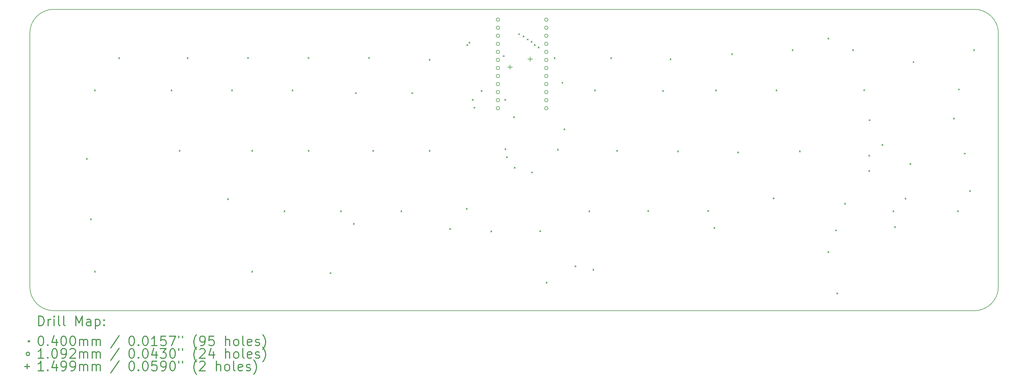
<source format=gbr>
%FSLAX45Y45*%
G04 Gerber Fmt 4.5, Leading zero omitted, Abs format (unit mm)*
G04 Created by KiCad (PCBNEW (5.1.10)-1) date 2021-12-09 13:10:16*
%MOMM*%
%LPD*%
G01*
G04 APERTURE LIST*
%TA.AperFunction,Profile*%
%ADD10C,0.150000*%
%TD*%
%ADD11C,0.200000*%
%ADD12C,0.300000*%
G04 APERTURE END LIST*
D10*
X17000000Y-17750000D02*
X17000000Y-9750000D01*
X17750000Y-18500000D02*
X46750000Y-18500000D01*
X17750000Y-9000000D02*
X46750000Y-9000000D01*
X47500000Y-9750000D02*
X47500000Y-17750000D01*
X47500000Y-17750000D02*
G75*
G02*
X46750000Y-18500000I-750000J0D01*
G01*
X46750000Y-9000000D02*
G75*
G02*
X47500000Y-9750000I0J-750000D01*
G01*
X17000000Y-9750000D02*
G75*
G02*
X17750000Y-9000000I750000J0D01*
G01*
X17750000Y-18500000D02*
G75*
G02*
X17000000Y-17750000I0J750000D01*
G01*
D11*
X18776000Y-13696000D02*
X18816000Y-13736000D01*
X18816000Y-13696000D02*
X18776000Y-13736000D01*
X18903000Y-15601000D02*
X18943000Y-15641000D01*
X18943000Y-15601000D02*
X18903000Y-15641000D01*
X19030000Y-11537000D02*
X19070000Y-11577000D01*
X19070000Y-11537000D02*
X19030000Y-11577000D01*
X19030000Y-17252000D02*
X19070000Y-17292000D01*
X19070000Y-17252000D02*
X19030000Y-17292000D01*
X19792000Y-10521000D02*
X19832000Y-10561000D01*
X19832000Y-10521000D02*
X19792000Y-10561000D01*
X21443000Y-11537000D02*
X21483000Y-11577000D01*
X21483000Y-11537000D02*
X21443000Y-11577000D01*
X21697000Y-13442000D02*
X21737000Y-13482000D01*
X21737000Y-13442000D02*
X21697000Y-13482000D01*
X21951000Y-10521000D02*
X21991000Y-10561000D01*
X21991000Y-10521000D02*
X21951000Y-10561000D01*
X23221000Y-14966000D02*
X23261000Y-15006000D01*
X23261000Y-14966000D02*
X23221000Y-15006000D01*
X23348000Y-11537000D02*
X23388000Y-11577000D01*
X23388000Y-11537000D02*
X23348000Y-11577000D01*
X23848970Y-10513970D02*
X23888970Y-10553970D01*
X23888970Y-10513970D02*
X23848970Y-10553970D01*
X23983000Y-13442000D02*
X24023000Y-13482000D01*
X24023000Y-13442000D02*
X23983000Y-13482000D01*
X23983000Y-17252000D02*
X24023000Y-17292000D01*
X24023000Y-17252000D02*
X23983000Y-17292000D01*
X24999000Y-15347000D02*
X25039000Y-15387000D01*
X25039000Y-15347000D02*
X24999000Y-15387000D01*
X25253000Y-11537000D02*
X25293000Y-11577000D01*
X25293000Y-11537000D02*
X25253000Y-11577000D01*
X25753969Y-10513969D02*
X25793969Y-10553969D01*
X25793969Y-10513969D02*
X25753969Y-10553969D01*
X25761000Y-13442000D02*
X25801000Y-13482000D01*
X25801000Y-13442000D02*
X25761000Y-13482000D01*
X26453150Y-17296450D02*
X26493150Y-17336450D01*
X26493150Y-17296450D02*
X26453150Y-17336450D01*
X26777000Y-15347000D02*
X26817000Y-15387000D01*
X26817000Y-15347000D02*
X26777000Y-15387000D01*
X27183400Y-15740700D02*
X27223400Y-15780700D01*
X27223400Y-15740700D02*
X27183400Y-15780700D01*
X27245185Y-11624185D02*
X27285185Y-11664185D01*
X27285185Y-11624185D02*
X27245185Y-11664185D01*
X27658968Y-10513968D02*
X27698968Y-10553968D01*
X27698968Y-10513968D02*
X27658968Y-10553968D01*
X27793000Y-13442000D02*
X27833000Y-13482000D01*
X27833000Y-13442000D02*
X27793000Y-13482000D01*
X28682000Y-15347000D02*
X28722000Y-15387000D01*
X28722000Y-15347000D02*
X28682000Y-15387000D01*
X29023186Y-11624186D02*
X29063186Y-11664186D01*
X29063186Y-11624186D02*
X29023186Y-11664186D01*
X29571000Y-10570459D02*
X29611000Y-10610459D01*
X29611000Y-10570459D02*
X29571000Y-10610459D01*
X29571000Y-13442000D02*
X29611000Y-13482000D01*
X29611000Y-13442000D02*
X29571000Y-13482000D01*
X30218700Y-15905800D02*
X30258700Y-15945800D01*
X30258700Y-15905800D02*
X30218700Y-15945800D01*
X30739400Y-15270800D02*
X30779400Y-15310800D01*
X30779400Y-15270800D02*
X30739400Y-15310800D01*
X30755000Y-10105000D02*
X30795000Y-10145000D01*
X30795000Y-10105000D02*
X30755000Y-10145000D01*
X30830000Y-10030000D02*
X30870000Y-10070000D01*
X30870000Y-10030000D02*
X30830000Y-10070000D01*
X30930000Y-11830000D02*
X30970000Y-11870000D01*
X30970000Y-11830000D02*
X30930000Y-11870000D01*
X30980000Y-12080000D02*
X31020000Y-12120000D01*
X31020000Y-12080000D02*
X30980000Y-12120000D01*
X31209537Y-11549463D02*
X31249537Y-11589463D01*
X31249537Y-11549463D02*
X31209537Y-11589463D01*
X31514100Y-15982000D02*
X31554100Y-16022000D01*
X31554100Y-15982000D02*
X31514100Y-16022000D01*
X31905000Y-10455000D02*
X31945000Y-10495000D01*
X31945000Y-10455000D02*
X31905000Y-10495000D01*
X31955000Y-11830000D02*
X31995000Y-11870000D01*
X31995000Y-11830000D02*
X31955000Y-11870000D01*
X31958600Y-13391200D02*
X31998600Y-13431200D01*
X31998600Y-13391200D02*
X31958600Y-13431200D01*
X32005000Y-13641501D02*
X32045000Y-13681501D01*
X32045000Y-13641501D02*
X32005000Y-13681501D01*
X32230000Y-12380000D02*
X32270000Y-12420000D01*
X32270000Y-12380000D02*
X32230000Y-12420000D01*
X32250700Y-13975400D02*
X32290700Y-14015400D01*
X32290700Y-13975400D02*
X32250700Y-14015400D01*
X32390400Y-9760270D02*
X32430400Y-9800270D01*
X32430400Y-9760270D02*
X32390400Y-9800270D01*
X32530000Y-9830000D02*
X32570000Y-9870000D01*
X32570000Y-9830000D02*
X32530000Y-9870000D01*
X32655000Y-9930000D02*
X32695000Y-9970000D01*
X32695000Y-9930000D02*
X32655000Y-9970000D01*
X32780000Y-10005000D02*
X32820000Y-10045000D01*
X32820000Y-10005000D02*
X32780000Y-10045000D01*
X32789984Y-14121916D02*
X32829984Y-14161916D01*
X32829984Y-14121916D02*
X32789984Y-14161916D01*
X32880000Y-10105000D02*
X32920000Y-10145000D01*
X32920000Y-10105000D02*
X32880000Y-10145000D01*
X33005000Y-10180000D02*
X33045000Y-10220000D01*
X33045000Y-10180000D02*
X33005000Y-10220000D01*
X33055534Y-15969300D02*
X33095534Y-16009300D01*
X33095534Y-15969300D02*
X33055534Y-16009300D01*
X33254000Y-17594900D02*
X33294000Y-17634900D01*
X33294000Y-17594900D02*
X33254000Y-17634900D01*
X33508000Y-10521000D02*
X33548000Y-10561000D01*
X33548000Y-10521000D02*
X33508000Y-10561000D01*
X33609600Y-13403900D02*
X33649600Y-13443900D01*
X33649600Y-13403900D02*
X33609600Y-13443900D01*
X33752416Y-11292584D02*
X33792416Y-11332584D01*
X33792416Y-11292584D02*
X33752416Y-11332584D01*
X33819150Y-12762550D02*
X33859150Y-12802550D01*
X33859150Y-12762550D02*
X33819150Y-12802550D01*
X34162050Y-17080550D02*
X34202050Y-17120550D01*
X34202050Y-17080550D02*
X34162050Y-17120550D01*
X34600200Y-15347000D02*
X34640200Y-15387000D01*
X34640200Y-15347000D02*
X34600200Y-15387000D01*
X34727200Y-17188500D02*
X34767200Y-17228500D01*
X34767200Y-17188500D02*
X34727200Y-17228500D01*
X34778000Y-11537000D02*
X34818000Y-11577000D01*
X34818000Y-11537000D02*
X34778000Y-11577000D01*
X35286000Y-10521000D02*
X35326000Y-10561000D01*
X35326000Y-10521000D02*
X35286000Y-10561000D01*
X35476500Y-13442000D02*
X35516500Y-13482000D01*
X35516500Y-13442000D02*
X35476500Y-13482000D01*
X36454400Y-15334300D02*
X36494400Y-15374300D01*
X36494400Y-15334300D02*
X36454400Y-15374300D01*
X36925533Y-11548467D02*
X36965533Y-11588467D01*
X36965533Y-11548467D02*
X36925533Y-11588467D01*
X37157234Y-10554766D02*
X37197234Y-10594766D01*
X37197234Y-10554766D02*
X37157234Y-10594766D01*
X37394200Y-13454700D02*
X37434200Y-13494700D01*
X37434200Y-13454700D02*
X37394200Y-13494700D01*
X38346700Y-15334300D02*
X38386700Y-15374300D01*
X38386700Y-15334300D02*
X38346700Y-15374300D01*
X38537200Y-15867700D02*
X38577200Y-15907700D01*
X38577200Y-15867700D02*
X38537200Y-15907700D01*
X38588000Y-11537000D02*
X38628000Y-11577000D01*
X38628000Y-11537000D02*
X38588000Y-11577000D01*
X39096000Y-10394000D02*
X39136000Y-10434000D01*
X39136000Y-10394000D02*
X39096000Y-10434000D01*
X39286500Y-13492800D02*
X39326500Y-13532800D01*
X39326500Y-13492800D02*
X39286500Y-13532800D01*
X40404100Y-14940600D02*
X40444100Y-14980600D01*
X40444100Y-14940600D02*
X40404100Y-14980600D01*
X40493000Y-11537000D02*
X40533000Y-11577000D01*
X40533000Y-11537000D02*
X40493000Y-11577000D01*
X41001000Y-10267000D02*
X41041000Y-10307000D01*
X41041000Y-10267000D02*
X41001000Y-10307000D01*
X41229600Y-13454700D02*
X41269600Y-13494700D01*
X41269600Y-13454700D02*
X41229600Y-13494700D01*
X42131300Y-16629700D02*
X42171300Y-16669700D01*
X42171300Y-16629700D02*
X42131300Y-16669700D01*
X42133000Y-9903000D02*
X42173000Y-9943000D01*
X42173000Y-9903000D02*
X42133000Y-9943000D01*
X42366214Y-15950286D02*
X42406214Y-15990286D01*
X42406214Y-15950286D02*
X42366214Y-15990286D01*
X42410700Y-17937800D02*
X42450700Y-17977800D01*
X42450700Y-17937800D02*
X42410700Y-17977800D01*
X42652000Y-15105700D02*
X42692000Y-15145700D01*
X42692000Y-15105700D02*
X42652000Y-15145700D01*
X42906000Y-10263045D02*
X42946000Y-10303045D01*
X42946000Y-10263045D02*
X42906000Y-10303045D01*
X43255000Y-11530000D02*
X43295000Y-11570000D01*
X43295000Y-11530000D02*
X43255000Y-11570000D01*
X43414000Y-13594400D02*
X43454000Y-13634400D01*
X43454000Y-13594400D02*
X43414000Y-13634400D01*
X43414000Y-14077000D02*
X43454000Y-14117000D01*
X43454000Y-14077000D02*
X43414000Y-14117000D01*
X43426700Y-12476800D02*
X43466700Y-12516800D01*
X43466700Y-12476800D02*
X43426700Y-12516800D01*
X43830000Y-13255000D02*
X43870000Y-13295000D01*
X43870000Y-13255000D02*
X43830000Y-13295000D01*
X44176000Y-15347000D02*
X44216000Y-15387000D01*
X44216000Y-15347000D02*
X44176000Y-15387000D01*
X44226800Y-15842300D02*
X44266800Y-15882300D01*
X44266800Y-15842300D02*
X44226800Y-15882300D01*
X44557000Y-14945680D02*
X44597000Y-14985680D01*
X44597000Y-14945680D02*
X44557000Y-14985680D01*
X44714733Y-13853733D02*
X44754733Y-13893733D01*
X44754733Y-13853733D02*
X44714733Y-13893733D01*
X44811000Y-10640998D02*
X44851000Y-10680998D01*
X44851000Y-10640998D02*
X44811000Y-10680998D01*
X46081000Y-12426000D02*
X46121000Y-12466000D01*
X46121000Y-12426000D02*
X46081000Y-12466000D01*
X46208000Y-15347000D02*
X46248000Y-15387000D01*
X46248000Y-15347000D02*
X46208000Y-15387000D01*
X46240728Y-11504272D02*
X46280728Y-11544272D01*
X46280728Y-11504272D02*
X46240728Y-11544272D01*
X46422010Y-13529010D02*
X46462010Y-13569010D01*
X46462010Y-13529010D02*
X46422010Y-13569010D01*
X46589000Y-14712000D02*
X46629000Y-14752000D01*
X46629000Y-14712000D02*
X46589000Y-14752000D01*
X46716000Y-10267000D02*
X46756000Y-10307000D01*
X46756000Y-10267000D02*
X46716000Y-10307000D01*
X31794450Y-9324848D02*
G75*
G03*
X31794450Y-9324848I-54610J0D01*
G01*
X31794450Y-9578848D02*
G75*
G03*
X31794450Y-9578848I-54610J0D01*
G01*
X31794450Y-9832848D02*
G75*
G03*
X31794450Y-9832848I-54610J0D01*
G01*
X31794450Y-10086848D02*
G75*
G03*
X31794450Y-10086848I-54610J0D01*
G01*
X31794450Y-10340848D02*
G75*
G03*
X31794450Y-10340848I-54610J0D01*
G01*
X31794450Y-10594848D02*
G75*
G03*
X31794450Y-10594848I-54610J0D01*
G01*
X31794450Y-10848848D02*
G75*
G03*
X31794450Y-10848848I-54610J0D01*
G01*
X31794450Y-11102848D02*
G75*
G03*
X31794450Y-11102848I-54610J0D01*
G01*
X31794450Y-11356848D02*
G75*
G03*
X31794450Y-11356848I-54610J0D01*
G01*
X31794450Y-11610848D02*
G75*
G03*
X31794450Y-11610848I-54610J0D01*
G01*
X31794450Y-11864848D02*
G75*
G03*
X31794450Y-11864848I-54610J0D01*
G01*
X31794450Y-12118848D02*
G75*
G03*
X31794450Y-12118848I-54610J0D01*
G01*
X33318450Y-9324848D02*
G75*
G03*
X33318450Y-9324848I-54610J0D01*
G01*
X33318450Y-9578848D02*
G75*
G03*
X33318450Y-9578848I-54610J0D01*
G01*
X33318450Y-9832848D02*
G75*
G03*
X33318450Y-9832848I-54610J0D01*
G01*
X33318450Y-10086848D02*
G75*
G03*
X33318450Y-10086848I-54610J0D01*
G01*
X33318450Y-10340848D02*
G75*
G03*
X33318450Y-10340848I-54610J0D01*
G01*
X33318450Y-10594848D02*
G75*
G03*
X33318450Y-10594848I-54610J0D01*
G01*
X33318450Y-10848848D02*
G75*
G03*
X33318450Y-10848848I-54610J0D01*
G01*
X33318450Y-11102848D02*
G75*
G03*
X33318450Y-11102848I-54610J0D01*
G01*
X33318450Y-11356848D02*
G75*
G03*
X33318450Y-11356848I-54610J0D01*
G01*
X33318450Y-11610848D02*
G75*
G03*
X33318450Y-11610848I-54610J0D01*
G01*
X33318450Y-11864848D02*
G75*
G03*
X33318450Y-11864848I-54610J0D01*
G01*
X33318450Y-12118848D02*
G75*
G03*
X33318450Y-12118848I-54610J0D01*
G01*
X32123035Y-10743873D02*
X32123035Y-10893733D01*
X32048105Y-10818803D02*
X32197965Y-10818803D01*
X32758035Y-10489873D02*
X32758035Y-10639733D01*
X32683105Y-10564803D02*
X32832965Y-10564803D01*
D12*
X17278928Y-18973214D02*
X17278928Y-18673214D01*
X17350357Y-18673214D01*
X17393214Y-18687500D01*
X17421786Y-18716072D01*
X17436071Y-18744643D01*
X17450357Y-18801786D01*
X17450357Y-18844643D01*
X17436071Y-18901786D01*
X17421786Y-18930357D01*
X17393214Y-18958929D01*
X17350357Y-18973214D01*
X17278928Y-18973214D01*
X17578928Y-18973214D02*
X17578928Y-18773214D01*
X17578928Y-18830357D02*
X17593214Y-18801786D01*
X17607500Y-18787500D01*
X17636071Y-18773214D01*
X17664643Y-18773214D01*
X17764643Y-18973214D02*
X17764643Y-18773214D01*
X17764643Y-18673214D02*
X17750357Y-18687500D01*
X17764643Y-18701786D01*
X17778928Y-18687500D01*
X17764643Y-18673214D01*
X17764643Y-18701786D01*
X17950357Y-18973214D02*
X17921786Y-18958929D01*
X17907500Y-18930357D01*
X17907500Y-18673214D01*
X18107500Y-18973214D02*
X18078928Y-18958929D01*
X18064643Y-18930357D01*
X18064643Y-18673214D01*
X18450357Y-18973214D02*
X18450357Y-18673214D01*
X18550357Y-18887500D01*
X18650357Y-18673214D01*
X18650357Y-18973214D01*
X18921786Y-18973214D02*
X18921786Y-18816072D01*
X18907500Y-18787500D01*
X18878928Y-18773214D01*
X18821786Y-18773214D01*
X18793214Y-18787500D01*
X18921786Y-18958929D02*
X18893214Y-18973214D01*
X18821786Y-18973214D01*
X18793214Y-18958929D01*
X18778928Y-18930357D01*
X18778928Y-18901786D01*
X18793214Y-18873214D01*
X18821786Y-18858929D01*
X18893214Y-18858929D01*
X18921786Y-18844643D01*
X19064643Y-18773214D02*
X19064643Y-19073214D01*
X19064643Y-18787500D02*
X19093214Y-18773214D01*
X19150357Y-18773214D01*
X19178928Y-18787500D01*
X19193214Y-18801786D01*
X19207500Y-18830357D01*
X19207500Y-18916072D01*
X19193214Y-18944643D01*
X19178928Y-18958929D01*
X19150357Y-18973214D01*
X19093214Y-18973214D01*
X19064643Y-18958929D01*
X19336071Y-18944643D02*
X19350357Y-18958929D01*
X19336071Y-18973214D01*
X19321786Y-18958929D01*
X19336071Y-18944643D01*
X19336071Y-18973214D01*
X19336071Y-18787500D02*
X19350357Y-18801786D01*
X19336071Y-18816072D01*
X19321786Y-18801786D01*
X19336071Y-18787500D01*
X19336071Y-18816072D01*
X16952500Y-19447500D02*
X16992500Y-19487500D01*
X16992500Y-19447500D02*
X16952500Y-19487500D01*
X17336071Y-19303214D02*
X17364643Y-19303214D01*
X17393214Y-19317500D01*
X17407500Y-19331786D01*
X17421786Y-19360357D01*
X17436071Y-19417500D01*
X17436071Y-19488929D01*
X17421786Y-19546072D01*
X17407500Y-19574643D01*
X17393214Y-19588929D01*
X17364643Y-19603214D01*
X17336071Y-19603214D01*
X17307500Y-19588929D01*
X17293214Y-19574643D01*
X17278928Y-19546072D01*
X17264643Y-19488929D01*
X17264643Y-19417500D01*
X17278928Y-19360357D01*
X17293214Y-19331786D01*
X17307500Y-19317500D01*
X17336071Y-19303214D01*
X17564643Y-19574643D02*
X17578928Y-19588929D01*
X17564643Y-19603214D01*
X17550357Y-19588929D01*
X17564643Y-19574643D01*
X17564643Y-19603214D01*
X17836071Y-19403214D02*
X17836071Y-19603214D01*
X17764643Y-19288929D02*
X17693214Y-19503214D01*
X17878928Y-19503214D01*
X18050357Y-19303214D02*
X18078928Y-19303214D01*
X18107500Y-19317500D01*
X18121786Y-19331786D01*
X18136071Y-19360357D01*
X18150357Y-19417500D01*
X18150357Y-19488929D01*
X18136071Y-19546072D01*
X18121786Y-19574643D01*
X18107500Y-19588929D01*
X18078928Y-19603214D01*
X18050357Y-19603214D01*
X18021786Y-19588929D01*
X18007500Y-19574643D01*
X17993214Y-19546072D01*
X17978928Y-19488929D01*
X17978928Y-19417500D01*
X17993214Y-19360357D01*
X18007500Y-19331786D01*
X18021786Y-19317500D01*
X18050357Y-19303214D01*
X18336071Y-19303214D02*
X18364643Y-19303214D01*
X18393214Y-19317500D01*
X18407500Y-19331786D01*
X18421786Y-19360357D01*
X18436071Y-19417500D01*
X18436071Y-19488929D01*
X18421786Y-19546072D01*
X18407500Y-19574643D01*
X18393214Y-19588929D01*
X18364643Y-19603214D01*
X18336071Y-19603214D01*
X18307500Y-19588929D01*
X18293214Y-19574643D01*
X18278928Y-19546072D01*
X18264643Y-19488929D01*
X18264643Y-19417500D01*
X18278928Y-19360357D01*
X18293214Y-19331786D01*
X18307500Y-19317500D01*
X18336071Y-19303214D01*
X18564643Y-19603214D02*
X18564643Y-19403214D01*
X18564643Y-19431786D02*
X18578928Y-19417500D01*
X18607500Y-19403214D01*
X18650357Y-19403214D01*
X18678928Y-19417500D01*
X18693214Y-19446072D01*
X18693214Y-19603214D01*
X18693214Y-19446072D02*
X18707500Y-19417500D01*
X18736071Y-19403214D01*
X18778928Y-19403214D01*
X18807500Y-19417500D01*
X18821786Y-19446072D01*
X18821786Y-19603214D01*
X18964643Y-19603214D02*
X18964643Y-19403214D01*
X18964643Y-19431786D02*
X18978928Y-19417500D01*
X19007500Y-19403214D01*
X19050357Y-19403214D01*
X19078928Y-19417500D01*
X19093214Y-19446072D01*
X19093214Y-19603214D01*
X19093214Y-19446072D02*
X19107500Y-19417500D01*
X19136071Y-19403214D01*
X19178928Y-19403214D01*
X19207500Y-19417500D01*
X19221786Y-19446072D01*
X19221786Y-19603214D01*
X19807500Y-19288929D02*
X19550357Y-19674643D01*
X20193214Y-19303214D02*
X20221786Y-19303214D01*
X20250357Y-19317500D01*
X20264643Y-19331786D01*
X20278928Y-19360357D01*
X20293214Y-19417500D01*
X20293214Y-19488929D01*
X20278928Y-19546072D01*
X20264643Y-19574643D01*
X20250357Y-19588929D01*
X20221786Y-19603214D01*
X20193214Y-19603214D01*
X20164643Y-19588929D01*
X20150357Y-19574643D01*
X20136071Y-19546072D01*
X20121786Y-19488929D01*
X20121786Y-19417500D01*
X20136071Y-19360357D01*
X20150357Y-19331786D01*
X20164643Y-19317500D01*
X20193214Y-19303214D01*
X20421786Y-19574643D02*
X20436071Y-19588929D01*
X20421786Y-19603214D01*
X20407500Y-19588929D01*
X20421786Y-19574643D01*
X20421786Y-19603214D01*
X20621786Y-19303214D02*
X20650357Y-19303214D01*
X20678928Y-19317500D01*
X20693214Y-19331786D01*
X20707500Y-19360357D01*
X20721786Y-19417500D01*
X20721786Y-19488929D01*
X20707500Y-19546072D01*
X20693214Y-19574643D01*
X20678928Y-19588929D01*
X20650357Y-19603214D01*
X20621786Y-19603214D01*
X20593214Y-19588929D01*
X20578928Y-19574643D01*
X20564643Y-19546072D01*
X20550357Y-19488929D01*
X20550357Y-19417500D01*
X20564643Y-19360357D01*
X20578928Y-19331786D01*
X20593214Y-19317500D01*
X20621786Y-19303214D01*
X21007500Y-19603214D02*
X20836071Y-19603214D01*
X20921786Y-19603214D02*
X20921786Y-19303214D01*
X20893214Y-19346072D01*
X20864643Y-19374643D01*
X20836071Y-19388929D01*
X21278928Y-19303214D02*
X21136071Y-19303214D01*
X21121786Y-19446072D01*
X21136071Y-19431786D01*
X21164643Y-19417500D01*
X21236071Y-19417500D01*
X21264643Y-19431786D01*
X21278928Y-19446072D01*
X21293214Y-19474643D01*
X21293214Y-19546072D01*
X21278928Y-19574643D01*
X21264643Y-19588929D01*
X21236071Y-19603214D01*
X21164643Y-19603214D01*
X21136071Y-19588929D01*
X21121786Y-19574643D01*
X21393214Y-19303214D02*
X21593214Y-19303214D01*
X21464643Y-19603214D01*
X21693214Y-19303214D02*
X21693214Y-19360357D01*
X21807500Y-19303214D02*
X21807500Y-19360357D01*
X22250357Y-19717500D02*
X22236071Y-19703214D01*
X22207500Y-19660357D01*
X22193214Y-19631786D01*
X22178928Y-19588929D01*
X22164643Y-19517500D01*
X22164643Y-19460357D01*
X22178928Y-19388929D01*
X22193214Y-19346072D01*
X22207500Y-19317500D01*
X22236071Y-19274643D01*
X22250357Y-19260357D01*
X22378928Y-19603214D02*
X22436071Y-19603214D01*
X22464643Y-19588929D01*
X22478928Y-19574643D01*
X22507500Y-19531786D01*
X22521786Y-19474643D01*
X22521786Y-19360357D01*
X22507500Y-19331786D01*
X22493214Y-19317500D01*
X22464643Y-19303214D01*
X22407500Y-19303214D01*
X22378928Y-19317500D01*
X22364643Y-19331786D01*
X22350357Y-19360357D01*
X22350357Y-19431786D01*
X22364643Y-19460357D01*
X22378928Y-19474643D01*
X22407500Y-19488929D01*
X22464643Y-19488929D01*
X22493214Y-19474643D01*
X22507500Y-19460357D01*
X22521786Y-19431786D01*
X22793214Y-19303214D02*
X22650357Y-19303214D01*
X22636071Y-19446072D01*
X22650357Y-19431786D01*
X22678928Y-19417500D01*
X22750357Y-19417500D01*
X22778928Y-19431786D01*
X22793214Y-19446072D01*
X22807500Y-19474643D01*
X22807500Y-19546072D01*
X22793214Y-19574643D01*
X22778928Y-19588929D01*
X22750357Y-19603214D01*
X22678928Y-19603214D01*
X22650357Y-19588929D01*
X22636071Y-19574643D01*
X23164643Y-19603214D02*
X23164643Y-19303214D01*
X23293214Y-19603214D02*
X23293214Y-19446072D01*
X23278928Y-19417500D01*
X23250357Y-19403214D01*
X23207500Y-19403214D01*
X23178928Y-19417500D01*
X23164643Y-19431786D01*
X23478928Y-19603214D02*
X23450357Y-19588929D01*
X23436071Y-19574643D01*
X23421786Y-19546072D01*
X23421786Y-19460357D01*
X23436071Y-19431786D01*
X23450357Y-19417500D01*
X23478928Y-19403214D01*
X23521786Y-19403214D01*
X23550357Y-19417500D01*
X23564643Y-19431786D01*
X23578928Y-19460357D01*
X23578928Y-19546072D01*
X23564643Y-19574643D01*
X23550357Y-19588929D01*
X23521786Y-19603214D01*
X23478928Y-19603214D01*
X23750357Y-19603214D02*
X23721786Y-19588929D01*
X23707500Y-19560357D01*
X23707500Y-19303214D01*
X23978928Y-19588929D02*
X23950357Y-19603214D01*
X23893214Y-19603214D01*
X23864643Y-19588929D01*
X23850357Y-19560357D01*
X23850357Y-19446072D01*
X23864643Y-19417500D01*
X23893214Y-19403214D01*
X23950357Y-19403214D01*
X23978928Y-19417500D01*
X23993214Y-19446072D01*
X23993214Y-19474643D01*
X23850357Y-19503214D01*
X24107500Y-19588929D02*
X24136071Y-19603214D01*
X24193214Y-19603214D01*
X24221786Y-19588929D01*
X24236071Y-19560357D01*
X24236071Y-19546072D01*
X24221786Y-19517500D01*
X24193214Y-19503214D01*
X24150357Y-19503214D01*
X24121786Y-19488929D01*
X24107500Y-19460357D01*
X24107500Y-19446072D01*
X24121786Y-19417500D01*
X24150357Y-19403214D01*
X24193214Y-19403214D01*
X24221786Y-19417500D01*
X24336071Y-19717500D02*
X24350357Y-19703214D01*
X24378928Y-19660357D01*
X24393214Y-19631786D01*
X24407500Y-19588929D01*
X24421786Y-19517500D01*
X24421786Y-19460357D01*
X24407500Y-19388929D01*
X24393214Y-19346072D01*
X24378928Y-19317500D01*
X24350357Y-19274643D01*
X24336071Y-19260357D01*
X16992500Y-19863500D02*
G75*
G03*
X16992500Y-19863500I-54610J0D01*
G01*
X17436071Y-19999214D02*
X17264643Y-19999214D01*
X17350357Y-19999214D02*
X17350357Y-19699214D01*
X17321786Y-19742072D01*
X17293214Y-19770643D01*
X17264643Y-19784929D01*
X17564643Y-19970643D02*
X17578928Y-19984929D01*
X17564643Y-19999214D01*
X17550357Y-19984929D01*
X17564643Y-19970643D01*
X17564643Y-19999214D01*
X17764643Y-19699214D02*
X17793214Y-19699214D01*
X17821786Y-19713500D01*
X17836071Y-19727786D01*
X17850357Y-19756357D01*
X17864643Y-19813500D01*
X17864643Y-19884929D01*
X17850357Y-19942072D01*
X17836071Y-19970643D01*
X17821786Y-19984929D01*
X17793214Y-19999214D01*
X17764643Y-19999214D01*
X17736071Y-19984929D01*
X17721786Y-19970643D01*
X17707500Y-19942072D01*
X17693214Y-19884929D01*
X17693214Y-19813500D01*
X17707500Y-19756357D01*
X17721786Y-19727786D01*
X17736071Y-19713500D01*
X17764643Y-19699214D01*
X18007500Y-19999214D02*
X18064643Y-19999214D01*
X18093214Y-19984929D01*
X18107500Y-19970643D01*
X18136071Y-19927786D01*
X18150357Y-19870643D01*
X18150357Y-19756357D01*
X18136071Y-19727786D01*
X18121786Y-19713500D01*
X18093214Y-19699214D01*
X18036071Y-19699214D01*
X18007500Y-19713500D01*
X17993214Y-19727786D01*
X17978928Y-19756357D01*
X17978928Y-19827786D01*
X17993214Y-19856357D01*
X18007500Y-19870643D01*
X18036071Y-19884929D01*
X18093214Y-19884929D01*
X18121786Y-19870643D01*
X18136071Y-19856357D01*
X18150357Y-19827786D01*
X18264643Y-19727786D02*
X18278928Y-19713500D01*
X18307500Y-19699214D01*
X18378928Y-19699214D01*
X18407500Y-19713500D01*
X18421786Y-19727786D01*
X18436071Y-19756357D01*
X18436071Y-19784929D01*
X18421786Y-19827786D01*
X18250357Y-19999214D01*
X18436071Y-19999214D01*
X18564643Y-19999214D02*
X18564643Y-19799214D01*
X18564643Y-19827786D02*
X18578928Y-19813500D01*
X18607500Y-19799214D01*
X18650357Y-19799214D01*
X18678928Y-19813500D01*
X18693214Y-19842072D01*
X18693214Y-19999214D01*
X18693214Y-19842072D02*
X18707500Y-19813500D01*
X18736071Y-19799214D01*
X18778928Y-19799214D01*
X18807500Y-19813500D01*
X18821786Y-19842072D01*
X18821786Y-19999214D01*
X18964643Y-19999214D02*
X18964643Y-19799214D01*
X18964643Y-19827786D02*
X18978928Y-19813500D01*
X19007500Y-19799214D01*
X19050357Y-19799214D01*
X19078928Y-19813500D01*
X19093214Y-19842072D01*
X19093214Y-19999214D01*
X19093214Y-19842072D02*
X19107500Y-19813500D01*
X19136071Y-19799214D01*
X19178928Y-19799214D01*
X19207500Y-19813500D01*
X19221786Y-19842072D01*
X19221786Y-19999214D01*
X19807500Y-19684929D02*
X19550357Y-20070643D01*
X20193214Y-19699214D02*
X20221786Y-19699214D01*
X20250357Y-19713500D01*
X20264643Y-19727786D01*
X20278928Y-19756357D01*
X20293214Y-19813500D01*
X20293214Y-19884929D01*
X20278928Y-19942072D01*
X20264643Y-19970643D01*
X20250357Y-19984929D01*
X20221786Y-19999214D01*
X20193214Y-19999214D01*
X20164643Y-19984929D01*
X20150357Y-19970643D01*
X20136071Y-19942072D01*
X20121786Y-19884929D01*
X20121786Y-19813500D01*
X20136071Y-19756357D01*
X20150357Y-19727786D01*
X20164643Y-19713500D01*
X20193214Y-19699214D01*
X20421786Y-19970643D02*
X20436071Y-19984929D01*
X20421786Y-19999214D01*
X20407500Y-19984929D01*
X20421786Y-19970643D01*
X20421786Y-19999214D01*
X20621786Y-19699214D02*
X20650357Y-19699214D01*
X20678928Y-19713500D01*
X20693214Y-19727786D01*
X20707500Y-19756357D01*
X20721786Y-19813500D01*
X20721786Y-19884929D01*
X20707500Y-19942072D01*
X20693214Y-19970643D01*
X20678928Y-19984929D01*
X20650357Y-19999214D01*
X20621786Y-19999214D01*
X20593214Y-19984929D01*
X20578928Y-19970643D01*
X20564643Y-19942072D01*
X20550357Y-19884929D01*
X20550357Y-19813500D01*
X20564643Y-19756357D01*
X20578928Y-19727786D01*
X20593214Y-19713500D01*
X20621786Y-19699214D01*
X20978928Y-19799214D02*
X20978928Y-19999214D01*
X20907500Y-19684929D02*
X20836071Y-19899214D01*
X21021786Y-19899214D01*
X21107500Y-19699214D02*
X21293214Y-19699214D01*
X21193214Y-19813500D01*
X21236071Y-19813500D01*
X21264643Y-19827786D01*
X21278928Y-19842072D01*
X21293214Y-19870643D01*
X21293214Y-19942072D01*
X21278928Y-19970643D01*
X21264643Y-19984929D01*
X21236071Y-19999214D01*
X21150357Y-19999214D01*
X21121786Y-19984929D01*
X21107500Y-19970643D01*
X21478928Y-19699214D02*
X21507500Y-19699214D01*
X21536071Y-19713500D01*
X21550357Y-19727786D01*
X21564643Y-19756357D01*
X21578928Y-19813500D01*
X21578928Y-19884929D01*
X21564643Y-19942072D01*
X21550357Y-19970643D01*
X21536071Y-19984929D01*
X21507500Y-19999214D01*
X21478928Y-19999214D01*
X21450357Y-19984929D01*
X21436071Y-19970643D01*
X21421786Y-19942072D01*
X21407500Y-19884929D01*
X21407500Y-19813500D01*
X21421786Y-19756357D01*
X21436071Y-19727786D01*
X21450357Y-19713500D01*
X21478928Y-19699214D01*
X21693214Y-19699214D02*
X21693214Y-19756357D01*
X21807500Y-19699214D02*
X21807500Y-19756357D01*
X22250357Y-20113500D02*
X22236071Y-20099214D01*
X22207500Y-20056357D01*
X22193214Y-20027786D01*
X22178928Y-19984929D01*
X22164643Y-19913500D01*
X22164643Y-19856357D01*
X22178928Y-19784929D01*
X22193214Y-19742072D01*
X22207500Y-19713500D01*
X22236071Y-19670643D01*
X22250357Y-19656357D01*
X22350357Y-19727786D02*
X22364643Y-19713500D01*
X22393214Y-19699214D01*
X22464643Y-19699214D01*
X22493214Y-19713500D01*
X22507500Y-19727786D01*
X22521786Y-19756357D01*
X22521786Y-19784929D01*
X22507500Y-19827786D01*
X22336071Y-19999214D01*
X22521786Y-19999214D01*
X22778928Y-19799214D02*
X22778928Y-19999214D01*
X22707500Y-19684929D02*
X22636071Y-19899214D01*
X22821786Y-19899214D01*
X23164643Y-19999214D02*
X23164643Y-19699214D01*
X23293214Y-19999214D02*
X23293214Y-19842072D01*
X23278928Y-19813500D01*
X23250357Y-19799214D01*
X23207500Y-19799214D01*
X23178928Y-19813500D01*
X23164643Y-19827786D01*
X23478928Y-19999214D02*
X23450357Y-19984929D01*
X23436071Y-19970643D01*
X23421786Y-19942072D01*
X23421786Y-19856357D01*
X23436071Y-19827786D01*
X23450357Y-19813500D01*
X23478928Y-19799214D01*
X23521786Y-19799214D01*
X23550357Y-19813500D01*
X23564643Y-19827786D01*
X23578928Y-19856357D01*
X23578928Y-19942072D01*
X23564643Y-19970643D01*
X23550357Y-19984929D01*
X23521786Y-19999214D01*
X23478928Y-19999214D01*
X23750357Y-19999214D02*
X23721786Y-19984929D01*
X23707500Y-19956357D01*
X23707500Y-19699214D01*
X23978928Y-19984929D02*
X23950357Y-19999214D01*
X23893214Y-19999214D01*
X23864643Y-19984929D01*
X23850357Y-19956357D01*
X23850357Y-19842072D01*
X23864643Y-19813500D01*
X23893214Y-19799214D01*
X23950357Y-19799214D01*
X23978928Y-19813500D01*
X23993214Y-19842072D01*
X23993214Y-19870643D01*
X23850357Y-19899214D01*
X24107500Y-19984929D02*
X24136071Y-19999214D01*
X24193214Y-19999214D01*
X24221786Y-19984929D01*
X24236071Y-19956357D01*
X24236071Y-19942072D01*
X24221786Y-19913500D01*
X24193214Y-19899214D01*
X24150357Y-19899214D01*
X24121786Y-19884929D01*
X24107500Y-19856357D01*
X24107500Y-19842072D01*
X24121786Y-19813500D01*
X24150357Y-19799214D01*
X24193214Y-19799214D01*
X24221786Y-19813500D01*
X24336071Y-20113500D02*
X24350357Y-20099214D01*
X24378928Y-20056357D01*
X24393214Y-20027786D01*
X24407500Y-19984929D01*
X24421786Y-19913500D01*
X24421786Y-19856357D01*
X24407500Y-19784929D01*
X24393214Y-19742072D01*
X24378928Y-19713500D01*
X24350357Y-19670643D01*
X24336071Y-19656357D01*
X16917570Y-20184570D02*
X16917570Y-20334430D01*
X16842640Y-20259500D02*
X16992500Y-20259500D01*
X17436071Y-20395214D02*
X17264643Y-20395214D01*
X17350357Y-20395214D02*
X17350357Y-20095214D01*
X17321786Y-20138072D01*
X17293214Y-20166643D01*
X17264643Y-20180929D01*
X17564643Y-20366643D02*
X17578928Y-20380929D01*
X17564643Y-20395214D01*
X17550357Y-20380929D01*
X17564643Y-20366643D01*
X17564643Y-20395214D01*
X17836071Y-20195214D02*
X17836071Y-20395214D01*
X17764643Y-20080929D02*
X17693214Y-20295214D01*
X17878928Y-20295214D01*
X18007500Y-20395214D02*
X18064643Y-20395214D01*
X18093214Y-20380929D01*
X18107500Y-20366643D01*
X18136071Y-20323786D01*
X18150357Y-20266643D01*
X18150357Y-20152357D01*
X18136071Y-20123786D01*
X18121786Y-20109500D01*
X18093214Y-20095214D01*
X18036071Y-20095214D01*
X18007500Y-20109500D01*
X17993214Y-20123786D01*
X17978928Y-20152357D01*
X17978928Y-20223786D01*
X17993214Y-20252357D01*
X18007500Y-20266643D01*
X18036071Y-20280929D01*
X18093214Y-20280929D01*
X18121786Y-20266643D01*
X18136071Y-20252357D01*
X18150357Y-20223786D01*
X18293214Y-20395214D02*
X18350357Y-20395214D01*
X18378928Y-20380929D01*
X18393214Y-20366643D01*
X18421786Y-20323786D01*
X18436071Y-20266643D01*
X18436071Y-20152357D01*
X18421786Y-20123786D01*
X18407500Y-20109500D01*
X18378928Y-20095214D01*
X18321786Y-20095214D01*
X18293214Y-20109500D01*
X18278928Y-20123786D01*
X18264643Y-20152357D01*
X18264643Y-20223786D01*
X18278928Y-20252357D01*
X18293214Y-20266643D01*
X18321786Y-20280929D01*
X18378928Y-20280929D01*
X18407500Y-20266643D01*
X18421786Y-20252357D01*
X18436071Y-20223786D01*
X18564643Y-20395214D02*
X18564643Y-20195214D01*
X18564643Y-20223786D02*
X18578928Y-20209500D01*
X18607500Y-20195214D01*
X18650357Y-20195214D01*
X18678928Y-20209500D01*
X18693214Y-20238072D01*
X18693214Y-20395214D01*
X18693214Y-20238072D02*
X18707500Y-20209500D01*
X18736071Y-20195214D01*
X18778928Y-20195214D01*
X18807500Y-20209500D01*
X18821786Y-20238072D01*
X18821786Y-20395214D01*
X18964643Y-20395214D02*
X18964643Y-20195214D01*
X18964643Y-20223786D02*
X18978928Y-20209500D01*
X19007500Y-20195214D01*
X19050357Y-20195214D01*
X19078928Y-20209500D01*
X19093214Y-20238072D01*
X19093214Y-20395214D01*
X19093214Y-20238072D02*
X19107500Y-20209500D01*
X19136071Y-20195214D01*
X19178928Y-20195214D01*
X19207500Y-20209500D01*
X19221786Y-20238072D01*
X19221786Y-20395214D01*
X19807500Y-20080929D02*
X19550357Y-20466643D01*
X20193214Y-20095214D02*
X20221786Y-20095214D01*
X20250357Y-20109500D01*
X20264643Y-20123786D01*
X20278928Y-20152357D01*
X20293214Y-20209500D01*
X20293214Y-20280929D01*
X20278928Y-20338072D01*
X20264643Y-20366643D01*
X20250357Y-20380929D01*
X20221786Y-20395214D01*
X20193214Y-20395214D01*
X20164643Y-20380929D01*
X20150357Y-20366643D01*
X20136071Y-20338072D01*
X20121786Y-20280929D01*
X20121786Y-20209500D01*
X20136071Y-20152357D01*
X20150357Y-20123786D01*
X20164643Y-20109500D01*
X20193214Y-20095214D01*
X20421786Y-20366643D02*
X20436071Y-20380929D01*
X20421786Y-20395214D01*
X20407500Y-20380929D01*
X20421786Y-20366643D01*
X20421786Y-20395214D01*
X20621786Y-20095214D02*
X20650357Y-20095214D01*
X20678928Y-20109500D01*
X20693214Y-20123786D01*
X20707500Y-20152357D01*
X20721786Y-20209500D01*
X20721786Y-20280929D01*
X20707500Y-20338072D01*
X20693214Y-20366643D01*
X20678928Y-20380929D01*
X20650357Y-20395214D01*
X20621786Y-20395214D01*
X20593214Y-20380929D01*
X20578928Y-20366643D01*
X20564643Y-20338072D01*
X20550357Y-20280929D01*
X20550357Y-20209500D01*
X20564643Y-20152357D01*
X20578928Y-20123786D01*
X20593214Y-20109500D01*
X20621786Y-20095214D01*
X20993214Y-20095214D02*
X20850357Y-20095214D01*
X20836071Y-20238072D01*
X20850357Y-20223786D01*
X20878928Y-20209500D01*
X20950357Y-20209500D01*
X20978928Y-20223786D01*
X20993214Y-20238072D01*
X21007500Y-20266643D01*
X21007500Y-20338072D01*
X20993214Y-20366643D01*
X20978928Y-20380929D01*
X20950357Y-20395214D01*
X20878928Y-20395214D01*
X20850357Y-20380929D01*
X20836071Y-20366643D01*
X21150357Y-20395214D02*
X21207500Y-20395214D01*
X21236071Y-20380929D01*
X21250357Y-20366643D01*
X21278928Y-20323786D01*
X21293214Y-20266643D01*
X21293214Y-20152357D01*
X21278928Y-20123786D01*
X21264643Y-20109500D01*
X21236071Y-20095214D01*
X21178928Y-20095214D01*
X21150357Y-20109500D01*
X21136071Y-20123786D01*
X21121786Y-20152357D01*
X21121786Y-20223786D01*
X21136071Y-20252357D01*
X21150357Y-20266643D01*
X21178928Y-20280929D01*
X21236071Y-20280929D01*
X21264643Y-20266643D01*
X21278928Y-20252357D01*
X21293214Y-20223786D01*
X21478928Y-20095214D02*
X21507500Y-20095214D01*
X21536071Y-20109500D01*
X21550357Y-20123786D01*
X21564643Y-20152357D01*
X21578928Y-20209500D01*
X21578928Y-20280929D01*
X21564643Y-20338072D01*
X21550357Y-20366643D01*
X21536071Y-20380929D01*
X21507500Y-20395214D01*
X21478928Y-20395214D01*
X21450357Y-20380929D01*
X21436071Y-20366643D01*
X21421786Y-20338072D01*
X21407500Y-20280929D01*
X21407500Y-20209500D01*
X21421786Y-20152357D01*
X21436071Y-20123786D01*
X21450357Y-20109500D01*
X21478928Y-20095214D01*
X21693214Y-20095214D02*
X21693214Y-20152357D01*
X21807500Y-20095214D02*
X21807500Y-20152357D01*
X22250357Y-20509500D02*
X22236071Y-20495214D01*
X22207500Y-20452357D01*
X22193214Y-20423786D01*
X22178928Y-20380929D01*
X22164643Y-20309500D01*
X22164643Y-20252357D01*
X22178928Y-20180929D01*
X22193214Y-20138072D01*
X22207500Y-20109500D01*
X22236071Y-20066643D01*
X22250357Y-20052357D01*
X22350357Y-20123786D02*
X22364643Y-20109500D01*
X22393214Y-20095214D01*
X22464643Y-20095214D01*
X22493214Y-20109500D01*
X22507500Y-20123786D01*
X22521786Y-20152357D01*
X22521786Y-20180929D01*
X22507500Y-20223786D01*
X22336071Y-20395214D01*
X22521786Y-20395214D01*
X22878928Y-20395214D02*
X22878928Y-20095214D01*
X23007500Y-20395214D02*
X23007500Y-20238072D01*
X22993214Y-20209500D01*
X22964643Y-20195214D01*
X22921786Y-20195214D01*
X22893214Y-20209500D01*
X22878928Y-20223786D01*
X23193214Y-20395214D02*
X23164643Y-20380929D01*
X23150357Y-20366643D01*
X23136071Y-20338072D01*
X23136071Y-20252357D01*
X23150357Y-20223786D01*
X23164643Y-20209500D01*
X23193214Y-20195214D01*
X23236071Y-20195214D01*
X23264643Y-20209500D01*
X23278928Y-20223786D01*
X23293214Y-20252357D01*
X23293214Y-20338072D01*
X23278928Y-20366643D01*
X23264643Y-20380929D01*
X23236071Y-20395214D01*
X23193214Y-20395214D01*
X23464643Y-20395214D02*
X23436071Y-20380929D01*
X23421786Y-20352357D01*
X23421786Y-20095214D01*
X23693214Y-20380929D02*
X23664643Y-20395214D01*
X23607500Y-20395214D01*
X23578928Y-20380929D01*
X23564643Y-20352357D01*
X23564643Y-20238072D01*
X23578928Y-20209500D01*
X23607500Y-20195214D01*
X23664643Y-20195214D01*
X23693214Y-20209500D01*
X23707500Y-20238072D01*
X23707500Y-20266643D01*
X23564643Y-20295214D01*
X23821786Y-20380929D02*
X23850357Y-20395214D01*
X23907500Y-20395214D01*
X23936071Y-20380929D01*
X23950357Y-20352357D01*
X23950357Y-20338072D01*
X23936071Y-20309500D01*
X23907500Y-20295214D01*
X23864643Y-20295214D01*
X23836071Y-20280929D01*
X23821786Y-20252357D01*
X23821786Y-20238072D01*
X23836071Y-20209500D01*
X23864643Y-20195214D01*
X23907500Y-20195214D01*
X23936071Y-20209500D01*
X24050357Y-20509500D02*
X24064643Y-20495214D01*
X24093214Y-20452357D01*
X24107500Y-20423786D01*
X24121786Y-20380929D01*
X24136071Y-20309500D01*
X24136071Y-20252357D01*
X24121786Y-20180929D01*
X24107500Y-20138072D01*
X24093214Y-20109500D01*
X24064643Y-20066643D01*
X24050357Y-20052357D01*
M02*

</source>
